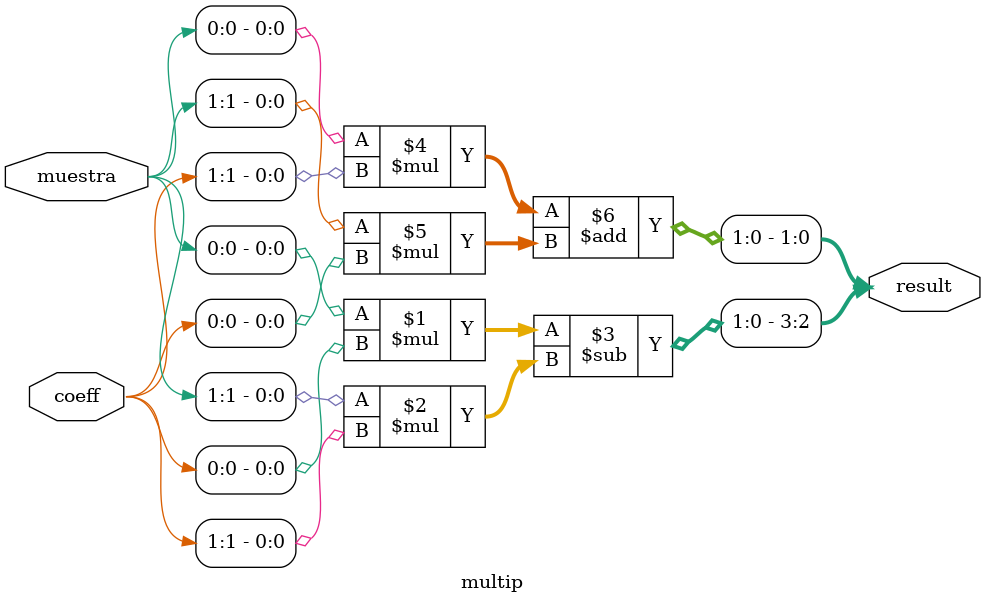
<source format=v>
`timescale 1ns / 1ps


module multip(
    muestra,
    coeff,
    result
    );
    
    parameter Nbits=2;
    input [Nbits*2-1:0] muestra;
    input [Nbits*2-1:0] coeff;
    output[Nbits*2-1:0] result;
     
    assign result[Nbits*2-1:Nbits] = muestra[0]*coeff[0]-muestra[1]*coeff[1]; 
    assign result[Nbits-1:0] = muestra[0]*coeff[1]+muestra[1]*coeff[0];
    
    
    
    
    
    
    
endmodule

</source>
